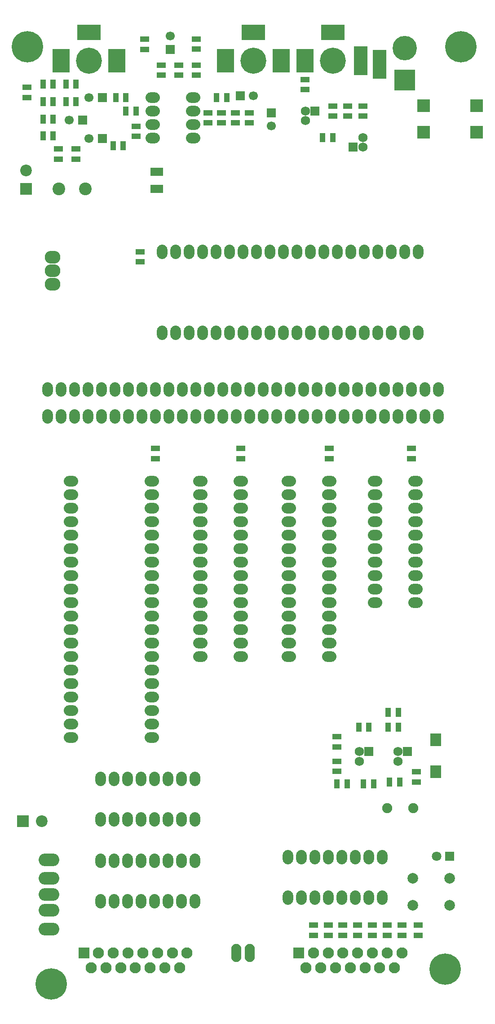
<source format=gbr>
G04 #@! TF.FileFunction,Soldermask,Top*
%FSLAX46Y46*%
G04 Gerber Fmt 4.6, Leading zero omitted, Abs format (unit mm)*
G04 Created by KiCad (PCBNEW 4.0.4-stable) date 02/16/17 08:27:34*
%MOMM*%
%LPD*%
G01*
G04 APERTURE LIST*
%ADD10C,0.100000*%
%ADD11R,1.800000X1.800000*%
%ADD12C,1.800000*%
%ADD13C,2.000000*%
%ADD14C,1.900000*%
%ADD15C,2.200000*%
%ADD16R,2.200000X2.200000*%
%ADD17C,2.400000*%
%ADD18R,3.900120X3.900120*%
%ADD19C,4.600000*%
%ADD20R,2.600000X5.400000*%
%ADD21O,1.906220X3.414980*%
%ADD22O,3.900000X2.400000*%
%ADD23R,2.400000X2.400000*%
%ADD24R,1.700000X1.100000*%
%ADD25C,1.750000*%
%ADD26R,1.750000X1.750000*%
%ADD27R,1.100000X1.700000*%
%ADD28R,2.400000X1.600000*%
%ADD29O,2.000000X2.700000*%
%ADD30R,2.000000X2.400000*%
%ADD31C,1.700000*%
%ADD32R,1.700000X1.700000*%
%ADD33C,2.100000*%
%ADD34R,2.100000X2.100000*%
%ADD35C,5.900000*%
%ADD36O,2.700000X2.000000*%
%ADD37R,3.200000X4.400000*%
%ADD38R,4.400000X3.000000*%
%ADD39C,4.900000*%
%ADD40O,2.940000X2.432000*%
G04 APERTURE END LIST*
D10*
D11*
X181700000Y-211320000D03*
D12*
X179200000Y-211320000D03*
D13*
X181700000Y-215500000D03*
X181700000Y-220500000D03*
X174700000Y-215500000D03*
X174700000Y-220500000D03*
D14*
X174790940Y-202270000D03*
X169909060Y-202270000D03*
D15*
X104780000Y-204670000D03*
D16*
X101280000Y-204670000D03*
D15*
X101870000Y-82160000D03*
D16*
X101870000Y-85660000D03*
D17*
X113010000Y-85660000D03*
X108010000Y-85660000D03*
D18*
X173200000Y-65200140D03*
D19*
X173200000Y-59200660D03*
D20*
X168501000Y-62200400D03*
D21*
X141440000Y-229500000D03*
X143980000Y-229500000D03*
D22*
X106177400Y-224990800D03*
X106177400Y-211990800D03*
X106177400Y-215490800D03*
X106177400Y-218490800D03*
X106177400Y-221490800D03*
D23*
X186800000Y-70000000D03*
X176800000Y-70000000D03*
X176800000Y-75000000D03*
X186800000Y-75000000D03*
D24*
X158990000Y-134550000D03*
X158990000Y-136450000D03*
D25*
X165300000Y-77796051D03*
X165300000Y-76000000D03*
D26*
X163503949Y-77796051D03*
D27*
X170100000Y-184180000D03*
X172000000Y-184180000D03*
D24*
X175430000Y-197310000D03*
X175430000Y-195410000D03*
X160440000Y-195330000D03*
X160440000Y-193430000D03*
D27*
X167360000Y-197700000D03*
X165460000Y-197700000D03*
X172240000Y-197310000D03*
X170340000Y-197310000D03*
D24*
X142310000Y-134550000D03*
X142310000Y-136450000D03*
X174480000Y-134550000D03*
X174480000Y-136450000D03*
D28*
X126460000Y-85670000D03*
X126460000Y-82470000D03*
D24*
X123380000Y-97510000D03*
X123380000Y-99410000D03*
X126260000Y-134550000D03*
X126260000Y-136450000D03*
D29*
X179530000Y-123460000D03*
X176990000Y-123460000D03*
X174450000Y-123460000D03*
X171910000Y-123460000D03*
X169370000Y-123460000D03*
X166830000Y-123460000D03*
X164290000Y-123460000D03*
X161750000Y-123460000D03*
X159210000Y-123460000D03*
X156670000Y-123460000D03*
X154130000Y-123460000D03*
X151590000Y-123460000D03*
X149050000Y-123460000D03*
X146510000Y-123460000D03*
X143970000Y-123460000D03*
X141430000Y-123460000D03*
X138890000Y-123460000D03*
X136350000Y-123460000D03*
X133810000Y-123460000D03*
X131270000Y-123460000D03*
X105870000Y-128540000D03*
X108410000Y-128540000D03*
X110950000Y-128540000D03*
X113490000Y-128540000D03*
X116030000Y-128540000D03*
X118570000Y-128540000D03*
X121110000Y-128540000D03*
X123650000Y-128540000D03*
X126190000Y-128540000D03*
X128730000Y-128540000D03*
X131270000Y-128540000D03*
X133810000Y-128540000D03*
X136350000Y-128540000D03*
X138890000Y-128540000D03*
X141430000Y-128540000D03*
X143970000Y-128540000D03*
X146510000Y-128540000D03*
X149050000Y-128540000D03*
X151590000Y-128540000D03*
X154130000Y-128540000D03*
X156670000Y-128540000D03*
X159210000Y-128540000D03*
X161750000Y-128540000D03*
X164290000Y-128540000D03*
X166830000Y-128540000D03*
X169370000Y-128540000D03*
X171910000Y-128540000D03*
X174450000Y-128540000D03*
X176990000Y-128540000D03*
X179530000Y-128540000D03*
X105870000Y-123460000D03*
X108410000Y-123460000D03*
X110950000Y-123460000D03*
X113490000Y-123460000D03*
X116030000Y-123460000D03*
X118570000Y-123460000D03*
X121110000Y-123460000D03*
X123650000Y-123460000D03*
X126190000Y-123460000D03*
X128730000Y-123460000D03*
D30*
X179080000Y-195410000D03*
X179080000Y-189410000D03*
D27*
X160440000Y-197700000D03*
X162340000Y-197700000D03*
D24*
X160440000Y-190720000D03*
X160440000Y-188820000D03*
X154450000Y-65050000D03*
X154450000Y-66950000D03*
D31*
X148100000Y-73850000D03*
D32*
X148100000Y-71350000D03*
D24*
X143900000Y-71350000D03*
X143900000Y-73250000D03*
X141300000Y-71350000D03*
X141300000Y-73250000D03*
X138700000Y-71350000D03*
X138700000Y-73250000D03*
X136100000Y-71350000D03*
X136100000Y-73250000D03*
D27*
X137750000Y-68500000D03*
X139650000Y-68500000D03*
D32*
X142200000Y-68100000D03*
D31*
X144700000Y-68100000D03*
D24*
X133900000Y-62350000D03*
X133900000Y-64250000D03*
X130600000Y-62350000D03*
X130600000Y-64250000D03*
X127350000Y-62350000D03*
X127350000Y-64250000D03*
X133900000Y-57450000D03*
X133900000Y-59350000D03*
X124200000Y-57500000D03*
X124200000Y-59400000D03*
D32*
X129000000Y-59400000D03*
D31*
X129000000Y-56900000D03*
D27*
X118250000Y-77500000D03*
X120150000Y-77500000D03*
D24*
X122600000Y-73900000D03*
X122600000Y-75800000D03*
D27*
X120650000Y-71050000D03*
X122550000Y-71050000D03*
X118750000Y-68500000D03*
X120650000Y-68500000D03*
D24*
X111200000Y-78150000D03*
X111200000Y-80050000D03*
X107900000Y-78150000D03*
X107900000Y-80050000D03*
D32*
X116200000Y-76200000D03*
D31*
X113700000Y-76200000D03*
D32*
X112500000Y-72700000D03*
D31*
X110000000Y-72700000D03*
D27*
X105050000Y-75700000D03*
X106950000Y-75700000D03*
X105050000Y-72500000D03*
X106950000Y-72500000D03*
X109350000Y-69200000D03*
X111250000Y-69200000D03*
X109350000Y-65900000D03*
X111250000Y-65900000D03*
X105050000Y-69200000D03*
X106950000Y-69200000D03*
X164570000Y-186980000D03*
X166470000Y-186980000D03*
X172000000Y-186980000D03*
X170100000Y-186980000D03*
D24*
X175750000Y-224270000D03*
X175750000Y-226170000D03*
D33*
X172680000Y-229500000D03*
X169900000Y-229500000D03*
X167120000Y-229500000D03*
X164340000Y-229500000D03*
X161560000Y-229500000D03*
X158780000Y-229500000D03*
X156000000Y-229500000D03*
D34*
X153220000Y-229500000D03*
D33*
X171290000Y-232280000D03*
X168510000Y-232280000D03*
X165730000Y-232280000D03*
X162950000Y-232280000D03*
X160170000Y-232280000D03*
X157390000Y-232280000D03*
X154610000Y-232280000D03*
D27*
X157750000Y-76000000D03*
X159650000Y-76000000D03*
D24*
X165300000Y-70050000D03*
X165300000Y-71950000D03*
X162500000Y-70050000D03*
X162500000Y-71950000D03*
X159700000Y-70050000D03*
X159700000Y-71950000D03*
X102000000Y-66550000D03*
X102000000Y-68450000D03*
D27*
X105050000Y-65900000D03*
X106950000Y-65900000D03*
D24*
X156000000Y-224270000D03*
X156000000Y-226170000D03*
X172680000Y-224270000D03*
X172680000Y-226170000D03*
X169900000Y-224270000D03*
X169900000Y-226170000D03*
X167120000Y-224270000D03*
X167120000Y-226170000D03*
X164330000Y-224270000D03*
X164330000Y-226170000D03*
X161560000Y-224270000D03*
X161560000Y-226170000D03*
X158790000Y-224270000D03*
X158790000Y-226170000D03*
D25*
X171940000Y-191613949D03*
X171940000Y-193410000D03*
D26*
X173736051Y-191613949D03*
D25*
X164670000Y-191613949D03*
X164670000Y-193410000D03*
D26*
X166466051Y-191613949D03*
D32*
X116200000Y-68500000D03*
D31*
X113700000Y-68500000D03*
D25*
X154500000Y-71003949D03*
X154500000Y-72800000D03*
D26*
X156296051Y-71003949D03*
D33*
X132180000Y-229500000D03*
X129400000Y-229500000D03*
X126620000Y-229500000D03*
X123840000Y-229500000D03*
X121060000Y-229500000D03*
X118280000Y-229500000D03*
X115500000Y-229500000D03*
D34*
X112720000Y-229500000D03*
D33*
X130790000Y-232280000D03*
X128010000Y-232280000D03*
X125230000Y-232280000D03*
X122450000Y-232280000D03*
X119670000Y-232280000D03*
X116890000Y-232280000D03*
X114110000Y-232280000D03*
D35*
X102100000Y-58900000D03*
X183800000Y-58900000D03*
X106600000Y-235350000D03*
D36*
X125700000Y-68500000D03*
X125700000Y-71040000D03*
X125700000Y-73580000D03*
X125700000Y-76120000D03*
X133320000Y-76120000D03*
X133320000Y-73580000D03*
X133320000Y-71040000D03*
X133320000Y-68500000D03*
X151370000Y-140680000D03*
X151370000Y-143220000D03*
X151370000Y-145760000D03*
X151370000Y-148300000D03*
X151370000Y-150840000D03*
X151370000Y-153380000D03*
X151370000Y-155920000D03*
X151370000Y-158460000D03*
X151370000Y-161000000D03*
X151370000Y-163540000D03*
X151370000Y-166080000D03*
X151370000Y-168620000D03*
X151370000Y-171160000D03*
X151370000Y-173700000D03*
X158990000Y-173700000D03*
X158990000Y-171160000D03*
X158990000Y-168620000D03*
X158990000Y-166080000D03*
X158990000Y-163540000D03*
X158990000Y-161000000D03*
X158990000Y-158460000D03*
X158990000Y-155920000D03*
X158990000Y-153380000D03*
X158990000Y-150840000D03*
X158990000Y-148300000D03*
X158990000Y-145760000D03*
X158990000Y-143220000D03*
X158990000Y-140680000D03*
X167610000Y-140670000D03*
X167610000Y-143210000D03*
X167610000Y-145750000D03*
X167610000Y-148290000D03*
X167610000Y-150830000D03*
X167610000Y-153370000D03*
X167610000Y-155910000D03*
X167610000Y-158450000D03*
X167610000Y-160990000D03*
X167610000Y-163530000D03*
X175230000Y-163530000D03*
X175230000Y-160990000D03*
X175230000Y-158450000D03*
X175230000Y-155910000D03*
X175230000Y-153370000D03*
X175230000Y-150830000D03*
X175230000Y-148290000D03*
X175230000Y-145750000D03*
X175230000Y-143210000D03*
X175230000Y-140670000D03*
X134680000Y-140700000D03*
X134680000Y-143240000D03*
X134680000Y-145780000D03*
X134680000Y-148320000D03*
X134680000Y-150860000D03*
X134680000Y-153400000D03*
X134680000Y-155940000D03*
X134680000Y-158480000D03*
X134680000Y-161020000D03*
X134680000Y-163560000D03*
X134680000Y-166100000D03*
X134680000Y-168640000D03*
X134680000Y-171180000D03*
X134680000Y-173720000D03*
X142300000Y-173720000D03*
X142300000Y-171180000D03*
X142300000Y-168640000D03*
X142300000Y-166100000D03*
X142300000Y-163560000D03*
X142300000Y-161020000D03*
X142300000Y-158480000D03*
X142300000Y-155940000D03*
X142300000Y-153400000D03*
X142300000Y-150860000D03*
X142300000Y-148320000D03*
X142300000Y-145780000D03*
X142300000Y-143240000D03*
X142300000Y-140700000D03*
D29*
X151200000Y-219070000D03*
X153740000Y-219070000D03*
X156280000Y-219070000D03*
X158820000Y-219070000D03*
X161360000Y-219070000D03*
X163900000Y-219070000D03*
X166440000Y-219070000D03*
X168980000Y-219070000D03*
X168980000Y-211450000D03*
X166440000Y-211450000D03*
X163900000Y-211450000D03*
X161360000Y-211450000D03*
X158820000Y-211450000D03*
X156280000Y-211450000D03*
X153740000Y-211450000D03*
X151200000Y-211450000D03*
X115900000Y-219800000D03*
X118440000Y-219800000D03*
X120980000Y-219800000D03*
X123520000Y-219800000D03*
X126060000Y-219800000D03*
X128600000Y-219800000D03*
X131140000Y-219800000D03*
X133680000Y-219800000D03*
X133680000Y-212180000D03*
X131140000Y-212180000D03*
X128600000Y-212180000D03*
X126060000Y-212180000D03*
X123520000Y-212180000D03*
X120980000Y-212180000D03*
X118440000Y-212180000D03*
X115900000Y-212180000D03*
X115900000Y-204380000D03*
X118440000Y-204380000D03*
X120980000Y-204380000D03*
X123520000Y-204380000D03*
X126060000Y-204380000D03*
X128600000Y-204380000D03*
X131140000Y-204380000D03*
X133680000Y-204380000D03*
X133680000Y-196760000D03*
X131140000Y-196760000D03*
X128600000Y-196760000D03*
X126060000Y-196760000D03*
X123520000Y-196760000D03*
X120980000Y-196760000D03*
X118440000Y-196760000D03*
X115900000Y-196760000D03*
X127460000Y-112760000D03*
X130000000Y-112760000D03*
X132540000Y-112760000D03*
X135080000Y-112760000D03*
X137620000Y-112760000D03*
X140160000Y-112760000D03*
X142700000Y-112760000D03*
X145240000Y-112760000D03*
X147780000Y-112760000D03*
X150320000Y-112760000D03*
X152860000Y-112760000D03*
X155400000Y-112760000D03*
X157940000Y-112760000D03*
X160480000Y-112760000D03*
X163020000Y-112760000D03*
X165560000Y-112760000D03*
X168100000Y-112760000D03*
X170640000Y-112760000D03*
X173180000Y-112760000D03*
X175720000Y-112760000D03*
X175720000Y-97520000D03*
X173180000Y-97520000D03*
X170640000Y-97520000D03*
X168100000Y-97520000D03*
X165560000Y-97520000D03*
X163020000Y-97520000D03*
X160480000Y-97520000D03*
X157940000Y-97520000D03*
X155400000Y-97520000D03*
X152860000Y-97520000D03*
X150320000Y-97520000D03*
X147780000Y-97520000D03*
X145240000Y-97520000D03*
X142700000Y-97520000D03*
X140160000Y-97520000D03*
X137620000Y-97520000D03*
X135080000Y-97520000D03*
X132540000Y-97520000D03*
X130000000Y-97520000D03*
X127460000Y-97520000D03*
D36*
X110300000Y-140700000D03*
X110300000Y-143240000D03*
X110300000Y-145780000D03*
X110300000Y-148320000D03*
X110300000Y-150860000D03*
X110300000Y-153400000D03*
X110300000Y-155940000D03*
X110300000Y-158480000D03*
X110300000Y-161020000D03*
X110300000Y-163560000D03*
X110300000Y-166100000D03*
X110300000Y-168640000D03*
X110300000Y-171180000D03*
X110300000Y-173720000D03*
X110300000Y-176260000D03*
X110300000Y-178800000D03*
X110300000Y-181340000D03*
X110300000Y-183880000D03*
X110300000Y-186420000D03*
X110300000Y-188960000D03*
X125540000Y-188960000D03*
X125540000Y-186420000D03*
X125540000Y-183880000D03*
X125540000Y-181340000D03*
X125540000Y-178800000D03*
X125540000Y-176260000D03*
X125540000Y-173720000D03*
X125540000Y-171180000D03*
X125540000Y-168640000D03*
X125540000Y-166100000D03*
X125540000Y-163560000D03*
X125540000Y-161020000D03*
X125540000Y-158480000D03*
X125540000Y-155940000D03*
X125540000Y-153400000D03*
X125540000Y-150860000D03*
X125540000Y-148320000D03*
X125540000Y-145780000D03*
X125540000Y-143240000D03*
X125540000Y-140700000D03*
D37*
X108450000Y-61500000D03*
X118950000Y-61500000D03*
D38*
X113700000Y-56200000D03*
D39*
X113700000Y-61500000D03*
D37*
X139450000Y-61500000D03*
X149950000Y-61500000D03*
D38*
X144700000Y-56200000D03*
D39*
X144700000Y-61500000D03*
D37*
X154450000Y-61500000D03*
D20*
X164950000Y-61500000D03*
D38*
X159700000Y-56200000D03*
D39*
X159700000Y-61500000D03*
D40*
X106800000Y-101050000D03*
X106800000Y-98510000D03*
X106800000Y-103590000D03*
D35*
X180800000Y-232600000D03*
M02*

</source>
